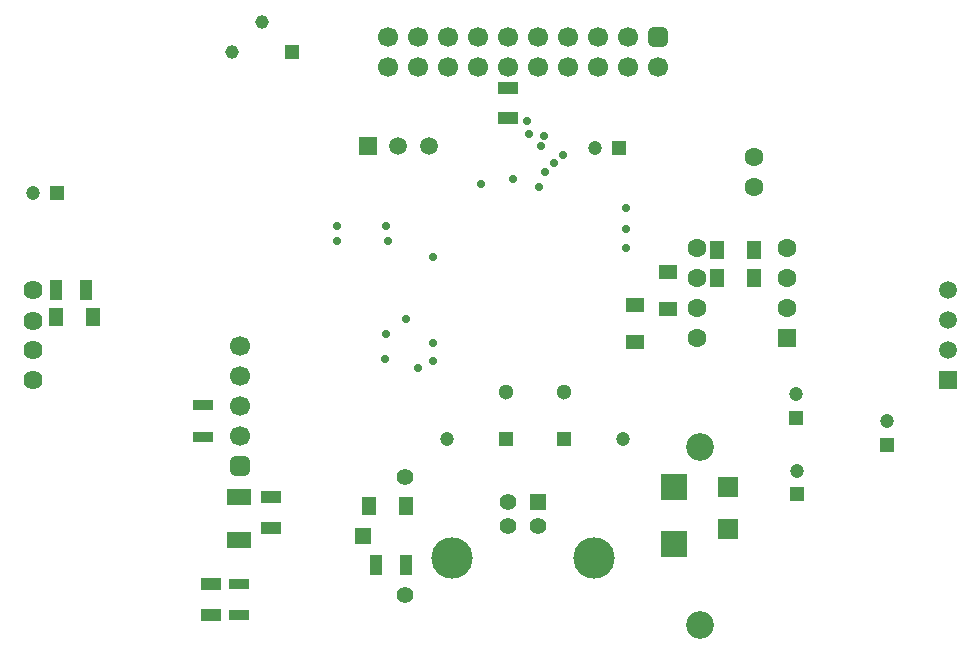
<source format=gbs>
%FSTAX23Y23*%
%MOIN*%
%SFA1B1*%

%IPPOS*%
%AMD67*
4,1,8,-0.033500,0.015700,-0.033500,-0.015700,-0.015700,-0.033500,0.015700,-0.033500,0.033500,-0.015700,0.033500,0.015700,0.015700,0.033500,-0.015700,0.033500,-0.033500,0.015700,0.0*
1,1,0.035440,-0.015700,0.015700*
1,1,0.035440,-0.015700,-0.015700*
1,1,0.035440,0.015700,-0.015700*
1,1,0.035440,0.015700,0.015700*
%
%AMD69*
4,1,8,-0.015700,-0.033500,0.015700,-0.033500,0.033500,-0.015700,0.033500,0.015700,0.015700,0.033500,-0.015700,0.033500,-0.033500,0.015700,-0.033500,-0.015700,-0.015700,-0.033500,0.0*
1,1,0.035440,-0.015700,-0.015700*
1,1,0.035440,0.015700,-0.015700*
1,1,0.035440,0.015700,0.015700*
1,1,0.035440,-0.015700,0.015700*
%
%ADD20R,0.043520X0.065280*%
%ADD26R,0.047240X0.047240*%
%ADD27C,0.047240*%
%ADD30R,0.059840X0.059840*%
%ADD31C,0.059840*%
%ADD32R,0.045280X0.045280*%
%ADD33C,0.045280*%
%ADD38R,0.055910X0.055910*%
%ADD40C,0.055910*%
%ADD41C,0.137800*%
%ADD42R,0.047240X0.047240*%
%ADD44R,0.055120X0.055120*%
%ADD45C,0.055120*%
%ADD51C,0.059060*%
%ADD52C,0.062990*%
%ADD58R,0.059060X0.051180*%
%ADD59R,0.065280X0.043520*%
%ADD60R,0.051180X0.059060*%
%ADD61R,0.065280X0.037640*%
%ADD62R,0.079920X0.055120*%
%ADD63R,0.088980X0.085040*%
%ADD64R,0.066140X0.066930*%
%ADD65R,0.062990X0.062990*%
%ADD66C,0.066930*%
G04~CAMADD=67~8~0.0~0.0~669.3~669.3~177.2~0.0~15~0.0~0.0~0.0~0.0~0~0.0~0.0~0.0~0.0~0~0.0~0.0~0.0~90.0~670.0~670.0*
%ADD67D67*%
%ADD68R,0.059060X0.059060*%
G04~CAMADD=69~8~0.0~0.0~669.3~669.3~177.2~0.0~15~0.0~0.0~0.0~0.0~0~0.0~0.0~0.0~0.0~0~0.0~0.0~0.0~180.0~670.0~670.0*
%ADD69D69*%
%ADD70C,0.092520*%
%ADD71C,0.051180*%
%ADD72C,0.063940*%
%ADD73C,0.027560*%
%LNpcb_down-1*%
%LPD*%
G54D20*
X0138Y00413D03*
X0128D03*
X00213Y0133D03*
X00314D03*
G54D26*
X0268Y00906D03*
X02985Y00815D03*
X02685Y0065D03*
G54D27*
X0268Y00985D03*
X00137Y01653D03*
X02011Y01805D03*
X02985Y00894D03*
X02103Y00835D03*
X01516D03*
X02685Y00728D03*
G54D30*
X03188Y01031D03*
G54D31*
X03188Y01131D03*
Y01231D03*
Y01331D03*
G54D32*
X01Y02125D03*
G54D33*
X009Y02225D03*
X008Y02125D03*
G54D38*
X0182Y00623D03*
G54D40*
X0182Y00544D03*
X01722D03*
Y00623D03*
G54D41*
X02008Y00438D03*
X01534D03*
G54D42*
X00216Y01653D03*
X0209Y01805D03*
X01906Y00835D03*
X01713D03*
G54D44*
X01236Y00511D03*
G54D45*
X01377Y00708D03*
Y00314D03*
G54D51*
X01355Y01811D03*
X01457D03*
G54D52*
X0265Y0127D03*
Y0137D03*
Y0147D03*
X0235Y0117D03*
Y0127D03*
Y0137D03*
Y0147D03*
X0254Y01675D03*
Y01775D03*
G54D58*
X02255Y01391D03*
Y01268D03*
X02145Y01281D03*
Y01158D03*
G54D59*
X0172Y01904D03*
Y02005D03*
X0073Y0035D03*
Y00249D03*
X0093Y0064D03*
Y00539D03*
G54D60*
X02418Y0137D03*
X02541D03*
X02418Y01465D03*
X02541D03*
X01257Y0061D03*
X01379D03*
X00214Y0124D03*
X00336D03*
G54D61*
X00705Y00842D03*
Y00947D03*
X00825Y00352D03*
Y00247D03*
G54D62*
X00825Y00497D03*
Y00642D03*
G54D63*
X02275Y00483D03*
Y00676D03*
G54D64*
X02455Y00534D03*
Y00675D03*
G54D65*
X0265Y0117D03*
G54D66*
X00826Y00944D03*
Y00844D03*
Y01044D03*
Y01144D03*
X01621Y02075D03*
Y02175D03*
X01721Y02075D03*
X01821D03*
X01721Y02175D03*
X01821D03*
X01921Y02075D03*
Y02175D03*
X02021Y02075D03*
Y02175D03*
X02121Y02075D03*
Y02175D03*
X02221Y02075D03*
X01521Y02175D03*
X01421D03*
X01321D03*
X01521Y02075D03*
X01421D03*
X01321D03*
G54D67*
X00826Y00744D03*
G54D68*
X01253Y01811D03*
G54D69*
X02221Y02175D03*
G54D70*
X02362Y00807D03*
Y00216D03*
G54D71*
X01713Y0099D03*
X01906D03*
G54D72*
X00137Y01031D03*
Y01132D03*
Y01229D03*
Y01331D03*
G54D73*
X01825Y01675D03*
X01845Y01725D03*
X0163Y01685D03*
X0142Y0107D03*
X0138Y01235D03*
X0115Y01495D03*
X0132D03*
X0115Y01545D03*
X01315D03*
X0147Y0144D03*
Y01155D03*
X0131Y011D03*
X01315Y01185D03*
X0147Y01095D03*
X02145Y01281D03*
X02255Y01391D03*
X02115Y0147D03*
Y01535D03*
Y01605D03*
X01736Y017D03*
X0183Y0181D03*
X0184Y01845D03*
X01875Y01755D03*
X01905Y0178D03*
X0179Y0185D03*
X01785Y01895D03*
X00213Y01241D03*
X00705Y00947D03*
X00825Y00247D03*
X00213Y0133D03*
X0172Y02005D03*
X02541Y01465D03*
Y0137D03*
X02275Y00676D03*
X02455Y00675D03*
M02*
</source>
